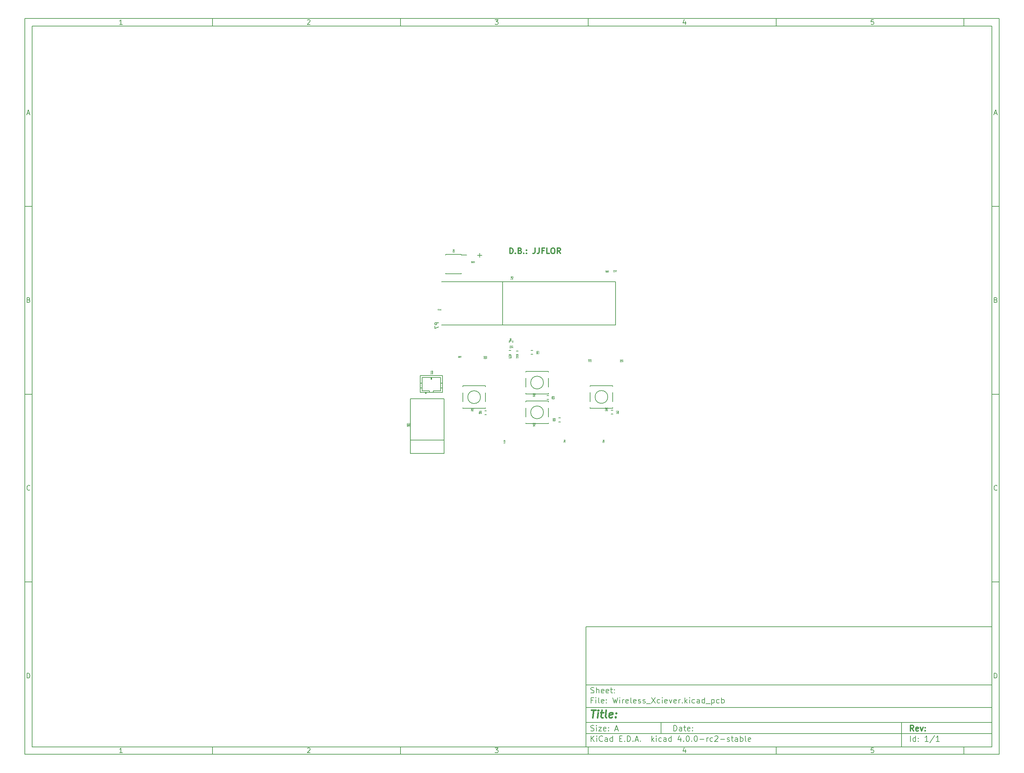
<source format=gbr>
G04 #@! TF.FileFunction,Legend,Bot*
%FSLAX46Y46*%
G04 Gerber Fmt 4.6, Leading zero omitted, Abs format (unit mm)*
G04 Created by KiCad (PCBNEW 4.0.0-rc2-stable) date 1/25/2016 6:21:02 PM*
%MOMM*%
G01*
G04 APERTURE LIST*
%ADD10C,0.100000*%
%ADD11C,0.150000*%
%ADD12C,0.300000*%
%ADD13C,0.400000*%
%ADD14C,0.062500*%
G04 APERTURE END LIST*
D10*
D11*
X159400000Y-171900000D02*
X159400000Y-203900000D01*
X267400000Y-203900000D01*
X267400000Y-171900000D01*
X159400000Y-171900000D01*
D10*
D11*
X10000000Y-10000000D02*
X10000000Y-205900000D01*
X269400000Y-205900000D01*
X269400000Y-10000000D01*
X10000000Y-10000000D01*
D10*
D11*
X12000000Y-12000000D02*
X12000000Y-203900000D01*
X267400000Y-203900000D01*
X267400000Y-12000000D01*
X12000000Y-12000000D01*
D10*
D11*
X60000000Y-12000000D02*
X60000000Y-10000000D01*
D10*
D11*
X110000000Y-12000000D02*
X110000000Y-10000000D01*
D10*
D11*
X160000000Y-12000000D02*
X160000000Y-10000000D01*
D10*
D11*
X210000000Y-12000000D02*
X210000000Y-10000000D01*
D10*
D11*
X260000000Y-12000000D02*
X260000000Y-10000000D01*
D10*
D11*
X35990476Y-11588095D02*
X35247619Y-11588095D01*
X35619048Y-11588095D02*
X35619048Y-10288095D01*
X35495238Y-10473810D01*
X35371429Y-10597619D01*
X35247619Y-10659524D01*
D10*
D11*
X85247619Y-10411905D02*
X85309524Y-10350000D01*
X85433333Y-10288095D01*
X85742857Y-10288095D01*
X85866667Y-10350000D01*
X85928571Y-10411905D01*
X85990476Y-10535714D01*
X85990476Y-10659524D01*
X85928571Y-10845238D01*
X85185714Y-11588095D01*
X85990476Y-11588095D01*
D10*
D11*
X135185714Y-10288095D02*
X135990476Y-10288095D01*
X135557143Y-10783333D01*
X135742857Y-10783333D01*
X135866667Y-10845238D01*
X135928571Y-10907143D01*
X135990476Y-11030952D01*
X135990476Y-11340476D01*
X135928571Y-11464286D01*
X135866667Y-11526190D01*
X135742857Y-11588095D01*
X135371429Y-11588095D01*
X135247619Y-11526190D01*
X135185714Y-11464286D01*
D10*
D11*
X185866667Y-10721429D02*
X185866667Y-11588095D01*
X185557143Y-10226190D02*
X185247619Y-11154762D01*
X186052381Y-11154762D01*
D10*
D11*
X235928571Y-10288095D02*
X235309524Y-10288095D01*
X235247619Y-10907143D01*
X235309524Y-10845238D01*
X235433333Y-10783333D01*
X235742857Y-10783333D01*
X235866667Y-10845238D01*
X235928571Y-10907143D01*
X235990476Y-11030952D01*
X235990476Y-11340476D01*
X235928571Y-11464286D01*
X235866667Y-11526190D01*
X235742857Y-11588095D01*
X235433333Y-11588095D01*
X235309524Y-11526190D01*
X235247619Y-11464286D01*
D10*
D11*
X60000000Y-203900000D02*
X60000000Y-205900000D01*
D10*
D11*
X110000000Y-203900000D02*
X110000000Y-205900000D01*
D10*
D11*
X160000000Y-203900000D02*
X160000000Y-205900000D01*
D10*
D11*
X210000000Y-203900000D02*
X210000000Y-205900000D01*
D10*
D11*
X260000000Y-203900000D02*
X260000000Y-205900000D01*
D10*
D11*
X35990476Y-205488095D02*
X35247619Y-205488095D01*
X35619048Y-205488095D02*
X35619048Y-204188095D01*
X35495238Y-204373810D01*
X35371429Y-204497619D01*
X35247619Y-204559524D01*
D10*
D11*
X85247619Y-204311905D02*
X85309524Y-204250000D01*
X85433333Y-204188095D01*
X85742857Y-204188095D01*
X85866667Y-204250000D01*
X85928571Y-204311905D01*
X85990476Y-204435714D01*
X85990476Y-204559524D01*
X85928571Y-204745238D01*
X85185714Y-205488095D01*
X85990476Y-205488095D01*
D10*
D11*
X135185714Y-204188095D02*
X135990476Y-204188095D01*
X135557143Y-204683333D01*
X135742857Y-204683333D01*
X135866667Y-204745238D01*
X135928571Y-204807143D01*
X135990476Y-204930952D01*
X135990476Y-205240476D01*
X135928571Y-205364286D01*
X135866667Y-205426190D01*
X135742857Y-205488095D01*
X135371429Y-205488095D01*
X135247619Y-205426190D01*
X135185714Y-205364286D01*
D10*
D11*
X185866667Y-204621429D02*
X185866667Y-205488095D01*
X185557143Y-204126190D02*
X185247619Y-205054762D01*
X186052381Y-205054762D01*
D10*
D11*
X235928571Y-204188095D02*
X235309524Y-204188095D01*
X235247619Y-204807143D01*
X235309524Y-204745238D01*
X235433333Y-204683333D01*
X235742857Y-204683333D01*
X235866667Y-204745238D01*
X235928571Y-204807143D01*
X235990476Y-204930952D01*
X235990476Y-205240476D01*
X235928571Y-205364286D01*
X235866667Y-205426190D01*
X235742857Y-205488095D01*
X235433333Y-205488095D01*
X235309524Y-205426190D01*
X235247619Y-205364286D01*
D10*
D11*
X10000000Y-60000000D02*
X12000000Y-60000000D01*
D10*
D11*
X10000000Y-110000000D02*
X12000000Y-110000000D01*
D10*
D11*
X10000000Y-160000000D02*
X12000000Y-160000000D01*
D10*
D11*
X10690476Y-35216667D02*
X11309524Y-35216667D01*
X10566667Y-35588095D02*
X11000000Y-34288095D01*
X11433333Y-35588095D01*
D10*
D11*
X11092857Y-84907143D02*
X11278571Y-84969048D01*
X11340476Y-85030952D01*
X11402381Y-85154762D01*
X11402381Y-85340476D01*
X11340476Y-85464286D01*
X11278571Y-85526190D01*
X11154762Y-85588095D01*
X10659524Y-85588095D01*
X10659524Y-84288095D01*
X11092857Y-84288095D01*
X11216667Y-84350000D01*
X11278571Y-84411905D01*
X11340476Y-84535714D01*
X11340476Y-84659524D01*
X11278571Y-84783333D01*
X11216667Y-84845238D01*
X11092857Y-84907143D01*
X10659524Y-84907143D01*
D10*
D11*
X11402381Y-135464286D02*
X11340476Y-135526190D01*
X11154762Y-135588095D01*
X11030952Y-135588095D01*
X10845238Y-135526190D01*
X10721429Y-135402381D01*
X10659524Y-135278571D01*
X10597619Y-135030952D01*
X10597619Y-134845238D01*
X10659524Y-134597619D01*
X10721429Y-134473810D01*
X10845238Y-134350000D01*
X11030952Y-134288095D01*
X11154762Y-134288095D01*
X11340476Y-134350000D01*
X11402381Y-134411905D01*
D10*
D11*
X10659524Y-185588095D02*
X10659524Y-184288095D01*
X10969048Y-184288095D01*
X11154762Y-184350000D01*
X11278571Y-184473810D01*
X11340476Y-184597619D01*
X11402381Y-184845238D01*
X11402381Y-185030952D01*
X11340476Y-185278571D01*
X11278571Y-185402381D01*
X11154762Y-185526190D01*
X10969048Y-185588095D01*
X10659524Y-185588095D01*
D10*
D11*
X269400000Y-60000000D02*
X267400000Y-60000000D01*
D10*
D11*
X269400000Y-110000000D02*
X267400000Y-110000000D01*
D10*
D11*
X269400000Y-160000000D02*
X267400000Y-160000000D01*
D10*
D11*
X268090476Y-35216667D02*
X268709524Y-35216667D01*
X267966667Y-35588095D02*
X268400000Y-34288095D01*
X268833333Y-35588095D01*
D10*
D11*
X268492857Y-84907143D02*
X268678571Y-84969048D01*
X268740476Y-85030952D01*
X268802381Y-85154762D01*
X268802381Y-85340476D01*
X268740476Y-85464286D01*
X268678571Y-85526190D01*
X268554762Y-85588095D01*
X268059524Y-85588095D01*
X268059524Y-84288095D01*
X268492857Y-84288095D01*
X268616667Y-84350000D01*
X268678571Y-84411905D01*
X268740476Y-84535714D01*
X268740476Y-84659524D01*
X268678571Y-84783333D01*
X268616667Y-84845238D01*
X268492857Y-84907143D01*
X268059524Y-84907143D01*
D10*
D11*
X268802381Y-135464286D02*
X268740476Y-135526190D01*
X268554762Y-135588095D01*
X268430952Y-135588095D01*
X268245238Y-135526190D01*
X268121429Y-135402381D01*
X268059524Y-135278571D01*
X267997619Y-135030952D01*
X267997619Y-134845238D01*
X268059524Y-134597619D01*
X268121429Y-134473810D01*
X268245238Y-134350000D01*
X268430952Y-134288095D01*
X268554762Y-134288095D01*
X268740476Y-134350000D01*
X268802381Y-134411905D01*
D10*
D11*
X268059524Y-185588095D02*
X268059524Y-184288095D01*
X268369048Y-184288095D01*
X268554762Y-184350000D01*
X268678571Y-184473810D01*
X268740476Y-184597619D01*
X268802381Y-184845238D01*
X268802381Y-185030952D01*
X268740476Y-185278571D01*
X268678571Y-185402381D01*
X268554762Y-185526190D01*
X268369048Y-185588095D01*
X268059524Y-185588095D01*
D10*
D11*
X182757143Y-199678571D02*
X182757143Y-198178571D01*
X183114286Y-198178571D01*
X183328571Y-198250000D01*
X183471429Y-198392857D01*
X183542857Y-198535714D01*
X183614286Y-198821429D01*
X183614286Y-199035714D01*
X183542857Y-199321429D01*
X183471429Y-199464286D01*
X183328571Y-199607143D01*
X183114286Y-199678571D01*
X182757143Y-199678571D01*
X184900000Y-199678571D02*
X184900000Y-198892857D01*
X184828571Y-198750000D01*
X184685714Y-198678571D01*
X184400000Y-198678571D01*
X184257143Y-198750000D01*
X184900000Y-199607143D02*
X184757143Y-199678571D01*
X184400000Y-199678571D01*
X184257143Y-199607143D01*
X184185714Y-199464286D01*
X184185714Y-199321429D01*
X184257143Y-199178571D01*
X184400000Y-199107143D01*
X184757143Y-199107143D01*
X184900000Y-199035714D01*
X185400000Y-198678571D02*
X185971429Y-198678571D01*
X185614286Y-198178571D02*
X185614286Y-199464286D01*
X185685714Y-199607143D01*
X185828572Y-199678571D01*
X185971429Y-199678571D01*
X187042857Y-199607143D02*
X186900000Y-199678571D01*
X186614286Y-199678571D01*
X186471429Y-199607143D01*
X186400000Y-199464286D01*
X186400000Y-198892857D01*
X186471429Y-198750000D01*
X186614286Y-198678571D01*
X186900000Y-198678571D01*
X187042857Y-198750000D01*
X187114286Y-198892857D01*
X187114286Y-199035714D01*
X186400000Y-199178571D01*
X187757143Y-199535714D02*
X187828571Y-199607143D01*
X187757143Y-199678571D01*
X187685714Y-199607143D01*
X187757143Y-199535714D01*
X187757143Y-199678571D01*
X187757143Y-198750000D02*
X187828571Y-198821429D01*
X187757143Y-198892857D01*
X187685714Y-198821429D01*
X187757143Y-198750000D01*
X187757143Y-198892857D01*
D10*
D11*
X159400000Y-200400000D02*
X267400000Y-200400000D01*
D10*
D11*
X160757143Y-202478571D02*
X160757143Y-200978571D01*
X161614286Y-202478571D02*
X160971429Y-201621429D01*
X161614286Y-200978571D02*
X160757143Y-201835714D01*
X162257143Y-202478571D02*
X162257143Y-201478571D01*
X162257143Y-200978571D02*
X162185714Y-201050000D01*
X162257143Y-201121429D01*
X162328571Y-201050000D01*
X162257143Y-200978571D01*
X162257143Y-201121429D01*
X163828572Y-202335714D02*
X163757143Y-202407143D01*
X163542857Y-202478571D01*
X163400000Y-202478571D01*
X163185715Y-202407143D01*
X163042857Y-202264286D01*
X162971429Y-202121429D01*
X162900000Y-201835714D01*
X162900000Y-201621429D01*
X162971429Y-201335714D01*
X163042857Y-201192857D01*
X163185715Y-201050000D01*
X163400000Y-200978571D01*
X163542857Y-200978571D01*
X163757143Y-201050000D01*
X163828572Y-201121429D01*
X165114286Y-202478571D02*
X165114286Y-201692857D01*
X165042857Y-201550000D01*
X164900000Y-201478571D01*
X164614286Y-201478571D01*
X164471429Y-201550000D01*
X165114286Y-202407143D02*
X164971429Y-202478571D01*
X164614286Y-202478571D01*
X164471429Y-202407143D01*
X164400000Y-202264286D01*
X164400000Y-202121429D01*
X164471429Y-201978571D01*
X164614286Y-201907143D01*
X164971429Y-201907143D01*
X165114286Y-201835714D01*
X166471429Y-202478571D02*
X166471429Y-200978571D01*
X166471429Y-202407143D02*
X166328572Y-202478571D01*
X166042858Y-202478571D01*
X165900000Y-202407143D01*
X165828572Y-202335714D01*
X165757143Y-202192857D01*
X165757143Y-201764286D01*
X165828572Y-201621429D01*
X165900000Y-201550000D01*
X166042858Y-201478571D01*
X166328572Y-201478571D01*
X166471429Y-201550000D01*
X168328572Y-201692857D02*
X168828572Y-201692857D01*
X169042858Y-202478571D02*
X168328572Y-202478571D01*
X168328572Y-200978571D01*
X169042858Y-200978571D01*
X169685715Y-202335714D02*
X169757143Y-202407143D01*
X169685715Y-202478571D01*
X169614286Y-202407143D01*
X169685715Y-202335714D01*
X169685715Y-202478571D01*
X170400001Y-202478571D02*
X170400001Y-200978571D01*
X170757144Y-200978571D01*
X170971429Y-201050000D01*
X171114287Y-201192857D01*
X171185715Y-201335714D01*
X171257144Y-201621429D01*
X171257144Y-201835714D01*
X171185715Y-202121429D01*
X171114287Y-202264286D01*
X170971429Y-202407143D01*
X170757144Y-202478571D01*
X170400001Y-202478571D01*
X171900001Y-202335714D02*
X171971429Y-202407143D01*
X171900001Y-202478571D01*
X171828572Y-202407143D01*
X171900001Y-202335714D01*
X171900001Y-202478571D01*
X172542858Y-202050000D02*
X173257144Y-202050000D01*
X172400001Y-202478571D02*
X172900001Y-200978571D01*
X173400001Y-202478571D01*
X173900001Y-202335714D02*
X173971429Y-202407143D01*
X173900001Y-202478571D01*
X173828572Y-202407143D01*
X173900001Y-202335714D01*
X173900001Y-202478571D01*
X176900001Y-202478571D02*
X176900001Y-200978571D01*
X177042858Y-201907143D02*
X177471429Y-202478571D01*
X177471429Y-201478571D02*
X176900001Y-202050000D01*
X178114287Y-202478571D02*
X178114287Y-201478571D01*
X178114287Y-200978571D02*
X178042858Y-201050000D01*
X178114287Y-201121429D01*
X178185715Y-201050000D01*
X178114287Y-200978571D01*
X178114287Y-201121429D01*
X179471430Y-202407143D02*
X179328573Y-202478571D01*
X179042859Y-202478571D01*
X178900001Y-202407143D01*
X178828573Y-202335714D01*
X178757144Y-202192857D01*
X178757144Y-201764286D01*
X178828573Y-201621429D01*
X178900001Y-201550000D01*
X179042859Y-201478571D01*
X179328573Y-201478571D01*
X179471430Y-201550000D01*
X180757144Y-202478571D02*
X180757144Y-201692857D01*
X180685715Y-201550000D01*
X180542858Y-201478571D01*
X180257144Y-201478571D01*
X180114287Y-201550000D01*
X180757144Y-202407143D02*
X180614287Y-202478571D01*
X180257144Y-202478571D01*
X180114287Y-202407143D01*
X180042858Y-202264286D01*
X180042858Y-202121429D01*
X180114287Y-201978571D01*
X180257144Y-201907143D01*
X180614287Y-201907143D01*
X180757144Y-201835714D01*
X182114287Y-202478571D02*
X182114287Y-200978571D01*
X182114287Y-202407143D02*
X181971430Y-202478571D01*
X181685716Y-202478571D01*
X181542858Y-202407143D01*
X181471430Y-202335714D01*
X181400001Y-202192857D01*
X181400001Y-201764286D01*
X181471430Y-201621429D01*
X181542858Y-201550000D01*
X181685716Y-201478571D01*
X181971430Y-201478571D01*
X182114287Y-201550000D01*
X184614287Y-201478571D02*
X184614287Y-202478571D01*
X184257144Y-200907143D02*
X183900001Y-201978571D01*
X184828573Y-201978571D01*
X185400001Y-202335714D02*
X185471429Y-202407143D01*
X185400001Y-202478571D01*
X185328572Y-202407143D01*
X185400001Y-202335714D01*
X185400001Y-202478571D01*
X186400001Y-200978571D02*
X186542858Y-200978571D01*
X186685715Y-201050000D01*
X186757144Y-201121429D01*
X186828573Y-201264286D01*
X186900001Y-201550000D01*
X186900001Y-201907143D01*
X186828573Y-202192857D01*
X186757144Y-202335714D01*
X186685715Y-202407143D01*
X186542858Y-202478571D01*
X186400001Y-202478571D01*
X186257144Y-202407143D01*
X186185715Y-202335714D01*
X186114287Y-202192857D01*
X186042858Y-201907143D01*
X186042858Y-201550000D01*
X186114287Y-201264286D01*
X186185715Y-201121429D01*
X186257144Y-201050000D01*
X186400001Y-200978571D01*
X187542858Y-202335714D02*
X187614286Y-202407143D01*
X187542858Y-202478571D01*
X187471429Y-202407143D01*
X187542858Y-202335714D01*
X187542858Y-202478571D01*
X188542858Y-200978571D02*
X188685715Y-200978571D01*
X188828572Y-201050000D01*
X188900001Y-201121429D01*
X188971430Y-201264286D01*
X189042858Y-201550000D01*
X189042858Y-201907143D01*
X188971430Y-202192857D01*
X188900001Y-202335714D01*
X188828572Y-202407143D01*
X188685715Y-202478571D01*
X188542858Y-202478571D01*
X188400001Y-202407143D01*
X188328572Y-202335714D01*
X188257144Y-202192857D01*
X188185715Y-201907143D01*
X188185715Y-201550000D01*
X188257144Y-201264286D01*
X188328572Y-201121429D01*
X188400001Y-201050000D01*
X188542858Y-200978571D01*
X189685715Y-201907143D02*
X190828572Y-201907143D01*
X191542858Y-202478571D02*
X191542858Y-201478571D01*
X191542858Y-201764286D02*
X191614286Y-201621429D01*
X191685715Y-201550000D01*
X191828572Y-201478571D01*
X191971429Y-201478571D01*
X193114286Y-202407143D02*
X192971429Y-202478571D01*
X192685715Y-202478571D01*
X192542857Y-202407143D01*
X192471429Y-202335714D01*
X192400000Y-202192857D01*
X192400000Y-201764286D01*
X192471429Y-201621429D01*
X192542857Y-201550000D01*
X192685715Y-201478571D01*
X192971429Y-201478571D01*
X193114286Y-201550000D01*
X193685714Y-201121429D02*
X193757143Y-201050000D01*
X193900000Y-200978571D01*
X194257143Y-200978571D01*
X194400000Y-201050000D01*
X194471429Y-201121429D01*
X194542857Y-201264286D01*
X194542857Y-201407143D01*
X194471429Y-201621429D01*
X193614286Y-202478571D01*
X194542857Y-202478571D01*
X195185714Y-201907143D02*
X196328571Y-201907143D01*
X196971428Y-202407143D02*
X197114285Y-202478571D01*
X197400000Y-202478571D01*
X197542857Y-202407143D01*
X197614285Y-202264286D01*
X197614285Y-202192857D01*
X197542857Y-202050000D01*
X197400000Y-201978571D01*
X197185714Y-201978571D01*
X197042857Y-201907143D01*
X196971428Y-201764286D01*
X196971428Y-201692857D01*
X197042857Y-201550000D01*
X197185714Y-201478571D01*
X197400000Y-201478571D01*
X197542857Y-201550000D01*
X198042857Y-201478571D02*
X198614286Y-201478571D01*
X198257143Y-200978571D02*
X198257143Y-202264286D01*
X198328571Y-202407143D01*
X198471429Y-202478571D01*
X198614286Y-202478571D01*
X199757143Y-202478571D02*
X199757143Y-201692857D01*
X199685714Y-201550000D01*
X199542857Y-201478571D01*
X199257143Y-201478571D01*
X199114286Y-201550000D01*
X199757143Y-202407143D02*
X199614286Y-202478571D01*
X199257143Y-202478571D01*
X199114286Y-202407143D01*
X199042857Y-202264286D01*
X199042857Y-202121429D01*
X199114286Y-201978571D01*
X199257143Y-201907143D01*
X199614286Y-201907143D01*
X199757143Y-201835714D01*
X200471429Y-202478571D02*
X200471429Y-200978571D01*
X200471429Y-201550000D02*
X200614286Y-201478571D01*
X200900000Y-201478571D01*
X201042857Y-201550000D01*
X201114286Y-201621429D01*
X201185715Y-201764286D01*
X201185715Y-202192857D01*
X201114286Y-202335714D01*
X201042857Y-202407143D01*
X200900000Y-202478571D01*
X200614286Y-202478571D01*
X200471429Y-202407143D01*
X202042858Y-202478571D02*
X201900000Y-202407143D01*
X201828572Y-202264286D01*
X201828572Y-200978571D01*
X203185714Y-202407143D02*
X203042857Y-202478571D01*
X202757143Y-202478571D01*
X202614286Y-202407143D01*
X202542857Y-202264286D01*
X202542857Y-201692857D01*
X202614286Y-201550000D01*
X202757143Y-201478571D01*
X203042857Y-201478571D01*
X203185714Y-201550000D01*
X203257143Y-201692857D01*
X203257143Y-201835714D01*
X202542857Y-201978571D01*
D10*
D11*
X159400000Y-197400000D02*
X267400000Y-197400000D01*
D10*
D12*
X246614286Y-199678571D02*
X246114286Y-198964286D01*
X245757143Y-199678571D02*
X245757143Y-198178571D01*
X246328571Y-198178571D01*
X246471429Y-198250000D01*
X246542857Y-198321429D01*
X246614286Y-198464286D01*
X246614286Y-198678571D01*
X246542857Y-198821429D01*
X246471429Y-198892857D01*
X246328571Y-198964286D01*
X245757143Y-198964286D01*
X247828571Y-199607143D02*
X247685714Y-199678571D01*
X247400000Y-199678571D01*
X247257143Y-199607143D01*
X247185714Y-199464286D01*
X247185714Y-198892857D01*
X247257143Y-198750000D01*
X247400000Y-198678571D01*
X247685714Y-198678571D01*
X247828571Y-198750000D01*
X247900000Y-198892857D01*
X247900000Y-199035714D01*
X247185714Y-199178571D01*
X248400000Y-198678571D02*
X248757143Y-199678571D01*
X249114285Y-198678571D01*
X249685714Y-199535714D02*
X249757142Y-199607143D01*
X249685714Y-199678571D01*
X249614285Y-199607143D01*
X249685714Y-199535714D01*
X249685714Y-199678571D01*
X249685714Y-198750000D02*
X249757142Y-198821429D01*
X249685714Y-198892857D01*
X249614285Y-198821429D01*
X249685714Y-198750000D01*
X249685714Y-198892857D01*
D10*
D11*
X160685714Y-199607143D02*
X160900000Y-199678571D01*
X161257143Y-199678571D01*
X161400000Y-199607143D01*
X161471429Y-199535714D01*
X161542857Y-199392857D01*
X161542857Y-199250000D01*
X161471429Y-199107143D01*
X161400000Y-199035714D01*
X161257143Y-198964286D01*
X160971429Y-198892857D01*
X160828571Y-198821429D01*
X160757143Y-198750000D01*
X160685714Y-198607143D01*
X160685714Y-198464286D01*
X160757143Y-198321429D01*
X160828571Y-198250000D01*
X160971429Y-198178571D01*
X161328571Y-198178571D01*
X161542857Y-198250000D01*
X162185714Y-199678571D02*
X162185714Y-198678571D01*
X162185714Y-198178571D02*
X162114285Y-198250000D01*
X162185714Y-198321429D01*
X162257142Y-198250000D01*
X162185714Y-198178571D01*
X162185714Y-198321429D01*
X162757143Y-198678571D02*
X163542857Y-198678571D01*
X162757143Y-199678571D01*
X163542857Y-199678571D01*
X164685714Y-199607143D02*
X164542857Y-199678571D01*
X164257143Y-199678571D01*
X164114286Y-199607143D01*
X164042857Y-199464286D01*
X164042857Y-198892857D01*
X164114286Y-198750000D01*
X164257143Y-198678571D01*
X164542857Y-198678571D01*
X164685714Y-198750000D01*
X164757143Y-198892857D01*
X164757143Y-199035714D01*
X164042857Y-199178571D01*
X165400000Y-199535714D02*
X165471428Y-199607143D01*
X165400000Y-199678571D01*
X165328571Y-199607143D01*
X165400000Y-199535714D01*
X165400000Y-199678571D01*
X165400000Y-198750000D02*
X165471428Y-198821429D01*
X165400000Y-198892857D01*
X165328571Y-198821429D01*
X165400000Y-198750000D01*
X165400000Y-198892857D01*
X167185714Y-199250000D02*
X167900000Y-199250000D01*
X167042857Y-199678571D02*
X167542857Y-198178571D01*
X168042857Y-199678571D01*
D10*
D11*
X245757143Y-202478571D02*
X245757143Y-200978571D01*
X247114286Y-202478571D02*
X247114286Y-200978571D01*
X247114286Y-202407143D02*
X246971429Y-202478571D01*
X246685715Y-202478571D01*
X246542857Y-202407143D01*
X246471429Y-202335714D01*
X246400000Y-202192857D01*
X246400000Y-201764286D01*
X246471429Y-201621429D01*
X246542857Y-201550000D01*
X246685715Y-201478571D01*
X246971429Y-201478571D01*
X247114286Y-201550000D01*
X247828572Y-202335714D02*
X247900000Y-202407143D01*
X247828572Y-202478571D01*
X247757143Y-202407143D01*
X247828572Y-202335714D01*
X247828572Y-202478571D01*
X247828572Y-201550000D02*
X247900000Y-201621429D01*
X247828572Y-201692857D01*
X247757143Y-201621429D01*
X247828572Y-201550000D01*
X247828572Y-201692857D01*
X250471429Y-202478571D02*
X249614286Y-202478571D01*
X250042858Y-202478571D02*
X250042858Y-200978571D01*
X249900001Y-201192857D01*
X249757143Y-201335714D01*
X249614286Y-201407143D01*
X252185714Y-200907143D02*
X250900000Y-202835714D01*
X253471429Y-202478571D02*
X252614286Y-202478571D01*
X253042858Y-202478571D02*
X253042858Y-200978571D01*
X252900001Y-201192857D01*
X252757143Y-201335714D01*
X252614286Y-201407143D01*
D10*
D11*
X159400000Y-193400000D02*
X267400000Y-193400000D01*
D10*
D13*
X160852381Y-194104762D02*
X161995238Y-194104762D01*
X161173810Y-196104762D02*
X161423810Y-194104762D01*
X162411905Y-196104762D02*
X162578571Y-194771429D01*
X162661905Y-194104762D02*
X162554762Y-194200000D01*
X162638095Y-194295238D01*
X162745239Y-194200000D01*
X162661905Y-194104762D01*
X162638095Y-194295238D01*
X163245238Y-194771429D02*
X164007143Y-194771429D01*
X163614286Y-194104762D02*
X163400000Y-195819048D01*
X163471430Y-196009524D01*
X163650001Y-196104762D01*
X163840477Y-196104762D01*
X164792858Y-196104762D02*
X164614287Y-196009524D01*
X164542857Y-195819048D01*
X164757143Y-194104762D01*
X166328572Y-196009524D02*
X166126191Y-196104762D01*
X165745239Y-196104762D01*
X165566667Y-196009524D01*
X165495238Y-195819048D01*
X165590476Y-195057143D01*
X165709524Y-194866667D01*
X165911905Y-194771429D01*
X166292857Y-194771429D01*
X166471429Y-194866667D01*
X166542857Y-195057143D01*
X166519048Y-195247619D01*
X165542857Y-195438095D01*
X167292857Y-195914286D02*
X167376192Y-196009524D01*
X167269048Y-196104762D01*
X167185715Y-196009524D01*
X167292857Y-195914286D01*
X167269048Y-196104762D01*
X167423810Y-194866667D02*
X167507144Y-194961905D01*
X167400000Y-195057143D01*
X167316667Y-194961905D01*
X167423810Y-194866667D01*
X167400000Y-195057143D01*
D10*
D11*
X161257143Y-191492857D02*
X160757143Y-191492857D01*
X160757143Y-192278571D02*
X160757143Y-190778571D01*
X161471429Y-190778571D01*
X162042857Y-192278571D02*
X162042857Y-191278571D01*
X162042857Y-190778571D02*
X161971428Y-190850000D01*
X162042857Y-190921429D01*
X162114285Y-190850000D01*
X162042857Y-190778571D01*
X162042857Y-190921429D01*
X162971429Y-192278571D02*
X162828571Y-192207143D01*
X162757143Y-192064286D01*
X162757143Y-190778571D01*
X164114285Y-192207143D02*
X163971428Y-192278571D01*
X163685714Y-192278571D01*
X163542857Y-192207143D01*
X163471428Y-192064286D01*
X163471428Y-191492857D01*
X163542857Y-191350000D01*
X163685714Y-191278571D01*
X163971428Y-191278571D01*
X164114285Y-191350000D01*
X164185714Y-191492857D01*
X164185714Y-191635714D01*
X163471428Y-191778571D01*
X164828571Y-192135714D02*
X164899999Y-192207143D01*
X164828571Y-192278571D01*
X164757142Y-192207143D01*
X164828571Y-192135714D01*
X164828571Y-192278571D01*
X164828571Y-191350000D02*
X164899999Y-191421429D01*
X164828571Y-191492857D01*
X164757142Y-191421429D01*
X164828571Y-191350000D01*
X164828571Y-191492857D01*
X166542857Y-190778571D02*
X166900000Y-192278571D01*
X167185714Y-191207143D01*
X167471428Y-192278571D01*
X167828571Y-190778571D01*
X168400000Y-192278571D02*
X168400000Y-191278571D01*
X168400000Y-190778571D02*
X168328571Y-190850000D01*
X168400000Y-190921429D01*
X168471428Y-190850000D01*
X168400000Y-190778571D01*
X168400000Y-190921429D01*
X169114286Y-192278571D02*
X169114286Y-191278571D01*
X169114286Y-191564286D02*
X169185714Y-191421429D01*
X169257143Y-191350000D01*
X169400000Y-191278571D01*
X169542857Y-191278571D01*
X170614285Y-192207143D02*
X170471428Y-192278571D01*
X170185714Y-192278571D01*
X170042857Y-192207143D01*
X169971428Y-192064286D01*
X169971428Y-191492857D01*
X170042857Y-191350000D01*
X170185714Y-191278571D01*
X170471428Y-191278571D01*
X170614285Y-191350000D01*
X170685714Y-191492857D01*
X170685714Y-191635714D01*
X169971428Y-191778571D01*
X171542857Y-192278571D02*
X171399999Y-192207143D01*
X171328571Y-192064286D01*
X171328571Y-190778571D01*
X172685713Y-192207143D02*
X172542856Y-192278571D01*
X172257142Y-192278571D01*
X172114285Y-192207143D01*
X172042856Y-192064286D01*
X172042856Y-191492857D01*
X172114285Y-191350000D01*
X172257142Y-191278571D01*
X172542856Y-191278571D01*
X172685713Y-191350000D01*
X172757142Y-191492857D01*
X172757142Y-191635714D01*
X172042856Y-191778571D01*
X173328570Y-192207143D02*
X173471427Y-192278571D01*
X173757142Y-192278571D01*
X173899999Y-192207143D01*
X173971427Y-192064286D01*
X173971427Y-191992857D01*
X173899999Y-191850000D01*
X173757142Y-191778571D01*
X173542856Y-191778571D01*
X173399999Y-191707143D01*
X173328570Y-191564286D01*
X173328570Y-191492857D01*
X173399999Y-191350000D01*
X173542856Y-191278571D01*
X173757142Y-191278571D01*
X173899999Y-191350000D01*
X174542856Y-192207143D02*
X174685713Y-192278571D01*
X174971428Y-192278571D01*
X175114285Y-192207143D01*
X175185713Y-192064286D01*
X175185713Y-191992857D01*
X175114285Y-191850000D01*
X174971428Y-191778571D01*
X174757142Y-191778571D01*
X174614285Y-191707143D01*
X174542856Y-191564286D01*
X174542856Y-191492857D01*
X174614285Y-191350000D01*
X174757142Y-191278571D01*
X174971428Y-191278571D01*
X175114285Y-191350000D01*
X175471428Y-192421429D02*
X176614285Y-192421429D01*
X176828571Y-190778571D02*
X177828571Y-192278571D01*
X177828571Y-190778571D02*
X176828571Y-192278571D01*
X179042856Y-192207143D02*
X178899999Y-192278571D01*
X178614285Y-192278571D01*
X178471427Y-192207143D01*
X178399999Y-192135714D01*
X178328570Y-191992857D01*
X178328570Y-191564286D01*
X178399999Y-191421429D01*
X178471427Y-191350000D01*
X178614285Y-191278571D01*
X178899999Y-191278571D01*
X179042856Y-191350000D01*
X179685713Y-192278571D02*
X179685713Y-191278571D01*
X179685713Y-190778571D02*
X179614284Y-190850000D01*
X179685713Y-190921429D01*
X179757141Y-190850000D01*
X179685713Y-190778571D01*
X179685713Y-190921429D01*
X180971427Y-192207143D02*
X180828570Y-192278571D01*
X180542856Y-192278571D01*
X180399999Y-192207143D01*
X180328570Y-192064286D01*
X180328570Y-191492857D01*
X180399999Y-191350000D01*
X180542856Y-191278571D01*
X180828570Y-191278571D01*
X180971427Y-191350000D01*
X181042856Y-191492857D01*
X181042856Y-191635714D01*
X180328570Y-191778571D01*
X181542856Y-191278571D02*
X181899999Y-192278571D01*
X182257141Y-191278571D01*
X183399998Y-192207143D02*
X183257141Y-192278571D01*
X182971427Y-192278571D01*
X182828570Y-192207143D01*
X182757141Y-192064286D01*
X182757141Y-191492857D01*
X182828570Y-191350000D01*
X182971427Y-191278571D01*
X183257141Y-191278571D01*
X183399998Y-191350000D01*
X183471427Y-191492857D01*
X183471427Y-191635714D01*
X182757141Y-191778571D01*
X184114284Y-192278571D02*
X184114284Y-191278571D01*
X184114284Y-191564286D02*
X184185712Y-191421429D01*
X184257141Y-191350000D01*
X184399998Y-191278571D01*
X184542855Y-191278571D01*
X185042855Y-192135714D02*
X185114283Y-192207143D01*
X185042855Y-192278571D01*
X184971426Y-192207143D01*
X185042855Y-192135714D01*
X185042855Y-192278571D01*
X185757141Y-192278571D02*
X185757141Y-190778571D01*
X185899998Y-191707143D02*
X186328569Y-192278571D01*
X186328569Y-191278571D02*
X185757141Y-191850000D01*
X186971427Y-192278571D02*
X186971427Y-191278571D01*
X186971427Y-190778571D02*
X186899998Y-190850000D01*
X186971427Y-190921429D01*
X187042855Y-190850000D01*
X186971427Y-190778571D01*
X186971427Y-190921429D01*
X188328570Y-192207143D02*
X188185713Y-192278571D01*
X187899999Y-192278571D01*
X187757141Y-192207143D01*
X187685713Y-192135714D01*
X187614284Y-191992857D01*
X187614284Y-191564286D01*
X187685713Y-191421429D01*
X187757141Y-191350000D01*
X187899999Y-191278571D01*
X188185713Y-191278571D01*
X188328570Y-191350000D01*
X189614284Y-192278571D02*
X189614284Y-191492857D01*
X189542855Y-191350000D01*
X189399998Y-191278571D01*
X189114284Y-191278571D01*
X188971427Y-191350000D01*
X189614284Y-192207143D02*
X189471427Y-192278571D01*
X189114284Y-192278571D01*
X188971427Y-192207143D01*
X188899998Y-192064286D01*
X188899998Y-191921429D01*
X188971427Y-191778571D01*
X189114284Y-191707143D01*
X189471427Y-191707143D01*
X189614284Y-191635714D01*
X190971427Y-192278571D02*
X190971427Y-190778571D01*
X190971427Y-192207143D02*
X190828570Y-192278571D01*
X190542856Y-192278571D01*
X190399998Y-192207143D01*
X190328570Y-192135714D01*
X190257141Y-191992857D01*
X190257141Y-191564286D01*
X190328570Y-191421429D01*
X190399998Y-191350000D01*
X190542856Y-191278571D01*
X190828570Y-191278571D01*
X190971427Y-191350000D01*
X191328570Y-192421429D02*
X192471427Y-192421429D01*
X192828570Y-191278571D02*
X192828570Y-192778571D01*
X192828570Y-191350000D02*
X192971427Y-191278571D01*
X193257141Y-191278571D01*
X193399998Y-191350000D01*
X193471427Y-191421429D01*
X193542856Y-191564286D01*
X193542856Y-191992857D01*
X193471427Y-192135714D01*
X193399998Y-192207143D01*
X193257141Y-192278571D01*
X192971427Y-192278571D01*
X192828570Y-192207143D01*
X194828570Y-192207143D02*
X194685713Y-192278571D01*
X194399999Y-192278571D01*
X194257141Y-192207143D01*
X194185713Y-192135714D01*
X194114284Y-191992857D01*
X194114284Y-191564286D01*
X194185713Y-191421429D01*
X194257141Y-191350000D01*
X194399999Y-191278571D01*
X194685713Y-191278571D01*
X194828570Y-191350000D01*
X195471427Y-192278571D02*
X195471427Y-190778571D01*
X195471427Y-191350000D02*
X195614284Y-191278571D01*
X195899998Y-191278571D01*
X196042855Y-191350000D01*
X196114284Y-191421429D01*
X196185713Y-191564286D01*
X196185713Y-191992857D01*
X196114284Y-192135714D01*
X196042855Y-192207143D01*
X195899998Y-192278571D01*
X195614284Y-192278571D01*
X195471427Y-192207143D01*
D10*
D11*
X159400000Y-187400000D02*
X267400000Y-187400000D01*
D10*
D11*
X160685714Y-189507143D02*
X160900000Y-189578571D01*
X161257143Y-189578571D01*
X161400000Y-189507143D01*
X161471429Y-189435714D01*
X161542857Y-189292857D01*
X161542857Y-189150000D01*
X161471429Y-189007143D01*
X161400000Y-188935714D01*
X161257143Y-188864286D01*
X160971429Y-188792857D01*
X160828571Y-188721429D01*
X160757143Y-188650000D01*
X160685714Y-188507143D01*
X160685714Y-188364286D01*
X160757143Y-188221429D01*
X160828571Y-188150000D01*
X160971429Y-188078571D01*
X161328571Y-188078571D01*
X161542857Y-188150000D01*
X162185714Y-189578571D02*
X162185714Y-188078571D01*
X162828571Y-189578571D02*
X162828571Y-188792857D01*
X162757142Y-188650000D01*
X162614285Y-188578571D01*
X162400000Y-188578571D01*
X162257142Y-188650000D01*
X162185714Y-188721429D01*
X164114285Y-189507143D02*
X163971428Y-189578571D01*
X163685714Y-189578571D01*
X163542857Y-189507143D01*
X163471428Y-189364286D01*
X163471428Y-188792857D01*
X163542857Y-188650000D01*
X163685714Y-188578571D01*
X163971428Y-188578571D01*
X164114285Y-188650000D01*
X164185714Y-188792857D01*
X164185714Y-188935714D01*
X163471428Y-189078571D01*
X165399999Y-189507143D02*
X165257142Y-189578571D01*
X164971428Y-189578571D01*
X164828571Y-189507143D01*
X164757142Y-189364286D01*
X164757142Y-188792857D01*
X164828571Y-188650000D01*
X164971428Y-188578571D01*
X165257142Y-188578571D01*
X165399999Y-188650000D01*
X165471428Y-188792857D01*
X165471428Y-188935714D01*
X164757142Y-189078571D01*
X165899999Y-188578571D02*
X166471428Y-188578571D01*
X166114285Y-188078571D02*
X166114285Y-189364286D01*
X166185713Y-189507143D01*
X166328571Y-189578571D01*
X166471428Y-189578571D01*
X166971428Y-189435714D02*
X167042856Y-189507143D01*
X166971428Y-189578571D01*
X166899999Y-189507143D01*
X166971428Y-189435714D01*
X166971428Y-189578571D01*
X166971428Y-188650000D02*
X167042856Y-188721429D01*
X166971428Y-188792857D01*
X166899999Y-188721429D01*
X166971428Y-188650000D01*
X166971428Y-188792857D01*
D10*
D11*
X179400000Y-197400000D02*
X179400000Y-200400000D01*
D10*
D11*
X243400000Y-197400000D02*
X243400000Y-203900000D01*
D12*
X139115714Y-72568571D02*
X139115714Y-71068571D01*
X139472857Y-71068571D01*
X139687142Y-71140000D01*
X139830000Y-71282857D01*
X139901428Y-71425714D01*
X139972857Y-71711429D01*
X139972857Y-71925714D01*
X139901428Y-72211429D01*
X139830000Y-72354286D01*
X139687142Y-72497143D01*
X139472857Y-72568571D01*
X139115714Y-72568571D01*
X140615714Y-72425714D02*
X140687142Y-72497143D01*
X140615714Y-72568571D01*
X140544285Y-72497143D01*
X140615714Y-72425714D01*
X140615714Y-72568571D01*
X141830000Y-71782857D02*
X142044286Y-71854286D01*
X142115714Y-71925714D01*
X142187143Y-72068571D01*
X142187143Y-72282857D01*
X142115714Y-72425714D01*
X142044286Y-72497143D01*
X141901428Y-72568571D01*
X141330000Y-72568571D01*
X141330000Y-71068571D01*
X141830000Y-71068571D01*
X141972857Y-71140000D01*
X142044286Y-71211429D01*
X142115714Y-71354286D01*
X142115714Y-71497143D01*
X142044286Y-71640000D01*
X141972857Y-71711429D01*
X141830000Y-71782857D01*
X141330000Y-71782857D01*
X142830000Y-72425714D02*
X142901428Y-72497143D01*
X142830000Y-72568571D01*
X142758571Y-72497143D01*
X142830000Y-72425714D01*
X142830000Y-72568571D01*
X143544286Y-72425714D02*
X143615714Y-72497143D01*
X143544286Y-72568571D01*
X143472857Y-72497143D01*
X143544286Y-72425714D01*
X143544286Y-72568571D01*
X143544286Y-71640000D02*
X143615714Y-71711429D01*
X143544286Y-71782857D01*
X143472857Y-71711429D01*
X143544286Y-71640000D01*
X143544286Y-71782857D01*
X145830000Y-71068571D02*
X145830000Y-72140000D01*
X145758572Y-72354286D01*
X145615715Y-72497143D01*
X145401429Y-72568571D01*
X145258572Y-72568571D01*
X146972857Y-71068571D02*
X146972857Y-72140000D01*
X146901429Y-72354286D01*
X146758572Y-72497143D01*
X146544286Y-72568571D01*
X146401429Y-72568571D01*
X148187143Y-71782857D02*
X147687143Y-71782857D01*
X147687143Y-72568571D02*
X147687143Y-71068571D01*
X148401429Y-71068571D01*
X149687143Y-72568571D02*
X148972857Y-72568571D01*
X148972857Y-71068571D01*
X150472857Y-71068571D02*
X150758571Y-71068571D01*
X150901429Y-71140000D01*
X151044286Y-71282857D01*
X151115714Y-71568571D01*
X151115714Y-72068571D01*
X151044286Y-72354286D01*
X150901429Y-72497143D01*
X150758571Y-72568571D01*
X150472857Y-72568571D01*
X150330000Y-72497143D01*
X150187143Y-72354286D01*
X150115714Y-72068571D01*
X150115714Y-71568571D01*
X150187143Y-71282857D01*
X150330000Y-71140000D01*
X150472857Y-71068571D01*
X152615715Y-72568571D02*
X152115715Y-71854286D01*
X151758572Y-72568571D02*
X151758572Y-71068571D01*
X152330000Y-71068571D01*
X152472858Y-71140000D01*
X152544286Y-71211429D01*
X152615715Y-71354286D01*
X152615715Y-71568571D01*
X152544286Y-71711429D01*
X152472858Y-71782857D01*
X152330000Y-71854286D01*
X151758572Y-71854286D01*
D11*
X121630880Y-122245640D02*
X112629120Y-122245640D01*
X121630880Y-125745760D02*
X112629120Y-125745760D01*
X112629120Y-125745760D02*
X112629120Y-111244900D01*
X112629120Y-111244900D02*
X121630880Y-111244900D01*
X121630880Y-111244900D02*
X121630880Y-125745760D01*
X115280000Y-105070000D02*
X115280000Y-109570000D01*
X115280000Y-109570000D02*
X121180000Y-109570000D01*
X121180000Y-109570000D02*
X121180000Y-105070000D01*
X121180000Y-105070000D02*
X115280000Y-105070000D01*
X117730000Y-109570000D02*
X117730000Y-109070000D01*
X117730000Y-109070000D02*
X115780000Y-109070000D01*
X115780000Y-109070000D02*
X115780000Y-105570000D01*
X115780000Y-105570000D02*
X120680000Y-105570000D01*
X120680000Y-105570000D02*
X120680000Y-109070000D01*
X120680000Y-109070000D02*
X118730000Y-109070000D01*
X118730000Y-109070000D02*
X118730000Y-109570000D01*
X115280000Y-108370000D02*
X115780000Y-108370000D01*
X115280000Y-107070000D02*
X115780000Y-107070000D01*
X120680000Y-108370000D02*
X121180000Y-108370000D01*
X120680000Y-107070000D02*
X121180000Y-107070000D01*
X116930000Y-109570000D02*
X116930000Y-109770000D01*
X116930000Y-109770000D02*
X116630000Y-109770000D01*
X116630000Y-109770000D02*
X116630000Y-109570000D01*
X116930000Y-109670000D02*
X116630000Y-109670000D01*
X118130000Y-105570000D02*
X118130000Y-106070000D01*
X118130000Y-106070000D02*
X118330000Y-106070000D01*
X118330000Y-106070000D02*
X118330000Y-105570000D01*
X118230000Y-105570000D02*
X118230000Y-106070000D01*
X132630000Y-113795000D02*
X132630000Y-113595000D01*
X132630000Y-107795000D02*
X132630000Y-107995000D01*
X126630000Y-107795000D02*
X126630000Y-107995000D01*
X126630000Y-113795000D02*
X126630000Y-113595000D01*
X126630000Y-111995000D02*
X126630000Y-109595000D01*
X132630000Y-111995000D02*
X132630000Y-109595000D01*
X132630000Y-113795000D02*
X126630000Y-113795000D01*
X126630000Y-107795000D02*
X132630000Y-107795000D01*
X131330000Y-110795000D02*
G75*
G03X131330000Y-110795000I-1700000J0D01*
G01*
X166505000Y-113745000D02*
X166505000Y-113545000D01*
X166505000Y-107745000D02*
X166505000Y-107945000D01*
X160505000Y-107745000D02*
X160505000Y-107945000D01*
X160505000Y-113745000D02*
X160505000Y-113545000D01*
X160505000Y-111945000D02*
X160505000Y-109545000D01*
X166505000Y-111945000D02*
X166505000Y-109545000D01*
X166505000Y-113745000D02*
X160505000Y-113745000D01*
X160505000Y-107745000D02*
X166505000Y-107745000D01*
X165205000Y-110745000D02*
G75*
G03X165205000Y-110745000I-1700000J0D01*
G01*
X149380000Y-117845000D02*
X149380000Y-117645000D01*
X149380000Y-111845000D02*
X149380000Y-112045000D01*
X143380000Y-111845000D02*
X143380000Y-112045000D01*
X143380000Y-117845000D02*
X143380000Y-117645000D01*
X143380000Y-116045000D02*
X143380000Y-113645000D01*
X149380000Y-116045000D02*
X149380000Y-113645000D01*
X149380000Y-117845000D02*
X143380000Y-117845000D01*
X143380000Y-111845000D02*
X149380000Y-111845000D01*
X148080000Y-114845000D02*
G75*
G03X148080000Y-114845000I-1700000J0D01*
G01*
X126210000Y-72805000D02*
X126210000Y-72950000D01*
X122060000Y-72805000D02*
X122060000Y-72950000D01*
X122060000Y-77955000D02*
X122060000Y-77810000D01*
X126210000Y-77955000D02*
X126210000Y-77810000D01*
X126210000Y-72805000D02*
X122060000Y-72805000D01*
X126210000Y-77955000D02*
X122060000Y-77955000D01*
X126210000Y-72950000D02*
X127610000Y-72950000D01*
X130535000Y-73025000D02*
X131675000Y-73025000D01*
X131115000Y-72445000D02*
X131115000Y-73585000D01*
X167229529Y-80053861D02*
X167229529Y-91553861D01*
X137229529Y-80053861D02*
X137229529Y-91553861D01*
X120929529Y-80053861D02*
X167229529Y-80053861D01*
X120929529Y-91553861D02*
X167229529Y-91553861D01*
X149380000Y-109920000D02*
X149380000Y-109720000D01*
X149380000Y-103920000D02*
X149380000Y-104120000D01*
X143380000Y-103920000D02*
X143380000Y-104120000D01*
X143380000Y-109920000D02*
X143380000Y-109720000D01*
X143380000Y-108120000D02*
X143380000Y-105720000D01*
X149380000Y-108120000D02*
X149380000Y-105720000D01*
X149380000Y-109920000D02*
X143380000Y-109920000D01*
X143380000Y-103920000D02*
X149380000Y-103920000D01*
X148080000Y-106920000D02*
G75*
G03X148080000Y-106920000I-1700000J0D01*
G01*
X152580000Y-117395000D02*
X152080000Y-117395000D01*
X152080000Y-116345000D02*
X152580000Y-116345000D01*
X149480000Y-111395000D02*
X148980000Y-111395000D01*
X148980000Y-110345000D02*
X149480000Y-110345000D01*
X132930000Y-115470000D02*
X132430000Y-115470000D01*
X132430000Y-114420000D02*
X132930000Y-114420000D01*
X166105000Y-114270000D02*
X166605000Y-114270000D01*
X166605000Y-115320000D02*
X166105000Y-115320000D01*
X145230000Y-99345000D02*
X144730000Y-99345000D01*
X144730000Y-98395000D02*
X145230000Y-98395000D01*
X141355000Y-99445000D02*
X140855000Y-99445000D01*
X140855000Y-98495000D02*
X141355000Y-98495000D01*
X139930000Y-95770000D02*
X139930000Y-96270000D01*
X138980000Y-96270000D02*
X138980000Y-95770000D01*
X139405000Y-99445000D02*
X138905000Y-99445000D01*
X138905000Y-98395000D02*
X139405000Y-98395000D01*
D14*
X112465714Y-117865909D02*
X112503810Y-117854004D01*
X112541905Y-117818290D01*
X112541905Y-117794480D01*
X112503810Y-117758766D01*
X112427619Y-117734957D01*
X112351429Y-117723052D01*
X112199048Y-117711147D01*
X112084762Y-117711147D01*
X111932381Y-117723052D01*
X111856190Y-117734957D01*
X111780000Y-117758766D01*
X111741905Y-117794480D01*
X111741905Y-117818290D01*
X111780000Y-117854004D01*
X111818095Y-117865909D01*
X111741905Y-118020671D02*
X111741905Y-118068290D01*
X111780000Y-118092099D01*
X111856190Y-118115909D01*
X112008571Y-118127814D01*
X112275238Y-118127814D01*
X112427619Y-118115909D01*
X112503810Y-118092099D01*
X112541905Y-118068290D01*
X112541905Y-118020671D01*
X112503810Y-117996861D01*
X112427619Y-117973052D01*
X112275238Y-117961147D01*
X112008571Y-117961147D01*
X111856190Y-117973052D01*
X111780000Y-117996861D01*
X111741905Y-118020671D01*
X112541905Y-118234957D02*
X111741905Y-118234957D01*
X112541905Y-118377814D01*
X111741905Y-118377814D01*
X112541905Y-118627814D02*
X112541905Y-118484957D01*
X112541905Y-118556386D02*
X111741905Y-118556386D01*
X111856190Y-118532576D01*
X111932381Y-118508767D01*
X111970476Y-118484957D01*
X132966905Y-99916429D02*
X132166905Y-99916429D01*
X132166905Y-99975953D01*
X132205000Y-100011667D01*
X132281190Y-100035476D01*
X132357381Y-100047381D01*
X132509762Y-100059286D01*
X132624048Y-100059286D01*
X132776429Y-100047381D01*
X132852619Y-100035476D01*
X132928810Y-100011667D01*
X132966905Y-99975953D01*
X132966905Y-99916429D01*
X132966905Y-100297381D02*
X132966905Y-100154524D01*
X132966905Y-100225953D02*
X132166905Y-100225953D01*
X132281190Y-100202143D01*
X132357381Y-100178334D01*
X132395476Y-100154524D01*
X132166905Y-100452143D02*
X132166905Y-100475952D01*
X132205000Y-100499762D01*
X132243095Y-100511667D01*
X132319286Y-100523571D01*
X132471667Y-100535476D01*
X132662143Y-100535476D01*
X132814524Y-100523571D01*
X132890714Y-100511667D01*
X132928810Y-100499762D01*
X132966905Y-100475952D01*
X132966905Y-100452143D01*
X132928810Y-100428333D01*
X132890714Y-100416429D01*
X132814524Y-100404524D01*
X132662143Y-100392619D01*
X132471667Y-100392619D01*
X132319286Y-100404524D01*
X132243095Y-100416429D01*
X132205000Y-100428333D01*
X132166905Y-100452143D01*
X118506428Y-104182857D02*
X118470714Y-104220952D01*
X118458809Y-104259048D01*
X118446904Y-104335238D01*
X118446904Y-104449524D01*
X118458809Y-104525714D01*
X118470714Y-104563810D01*
X118494523Y-104601905D01*
X118589761Y-104601905D01*
X118589761Y-103801905D01*
X118506428Y-103801905D01*
X118482618Y-103840000D01*
X118470714Y-103878095D01*
X118458809Y-103954286D01*
X118458809Y-104030476D01*
X118470714Y-104106667D01*
X118482618Y-104144762D01*
X118506428Y-104182857D01*
X118589761Y-104182857D01*
X118375475Y-103801905D02*
X118232618Y-103801905D01*
X118304047Y-104601905D02*
X118304047Y-103801905D01*
X118018333Y-104601905D02*
X118161190Y-104601905D01*
X118089761Y-104601905D02*
X118089761Y-103801905D01*
X118113571Y-103916190D01*
X118137380Y-103992381D01*
X118161190Y-104030476D01*
X129473333Y-114478810D02*
X129437619Y-114516905D01*
X129378095Y-114516905D01*
X129354285Y-114478810D01*
X129342381Y-114440714D01*
X129330476Y-114364524D01*
X129330476Y-114288333D01*
X129342381Y-114212143D01*
X129354285Y-114174048D01*
X129378095Y-114135952D01*
X129425714Y-114097857D01*
X129449523Y-114059762D01*
X129461428Y-114021667D01*
X129473333Y-113945476D01*
X129473333Y-113869286D01*
X129461428Y-113793095D01*
X129449523Y-113755000D01*
X129425714Y-113716905D01*
X129366190Y-113716905D01*
X129330476Y-113755000D01*
X129247143Y-113716905D02*
X129187619Y-114516905D01*
X129140000Y-113945476D01*
X129092381Y-114516905D01*
X129032857Y-113716905D01*
X128830476Y-113983571D02*
X128830476Y-114516905D01*
X128890000Y-113678810D02*
X128949524Y-114250238D01*
X128794762Y-114250238D01*
X165163333Y-114368810D02*
X165127619Y-114406905D01*
X165068095Y-114406905D01*
X165044285Y-114368810D01*
X165032381Y-114330714D01*
X165020476Y-114254524D01*
X165020476Y-114178333D01*
X165032381Y-114102143D01*
X165044285Y-114064048D01*
X165068095Y-114025952D01*
X165115714Y-113987857D01*
X165139523Y-113949762D01*
X165151428Y-113911667D01*
X165163333Y-113835476D01*
X165163333Y-113759286D01*
X165151428Y-113683095D01*
X165139523Y-113645000D01*
X165115714Y-113606905D01*
X165056190Y-113606905D01*
X165020476Y-113645000D01*
X164937143Y-113606905D02*
X164877619Y-114406905D01*
X164830000Y-113835476D01*
X164782381Y-114406905D01*
X164722857Y-113606905D01*
X164508572Y-113606905D02*
X164627619Y-113606905D01*
X164639524Y-113987857D01*
X164627619Y-113949762D01*
X164603810Y-113911667D01*
X164544286Y-113911667D01*
X164520476Y-113949762D01*
X164508572Y-113987857D01*
X164496667Y-114064048D01*
X164496667Y-114254524D01*
X164508572Y-114330714D01*
X164520476Y-114368810D01*
X164544286Y-114406905D01*
X164603810Y-114406905D01*
X164627619Y-114368810D01*
X164639524Y-114330714D01*
X126196905Y-99860477D02*
X125396905Y-99860477D01*
X125396905Y-99920001D01*
X125435000Y-99955715D01*
X125511190Y-99979524D01*
X125587381Y-99991429D01*
X125739762Y-100003334D01*
X125854048Y-100003334D01*
X126006429Y-99991429D01*
X126082619Y-99979524D01*
X126158810Y-99955715D01*
X126196905Y-99920001D01*
X126196905Y-99860477D01*
X126196905Y-100122382D02*
X126196905Y-100170001D01*
X126158810Y-100193810D01*
X126120714Y-100205715D01*
X126006429Y-100229524D01*
X125854048Y-100241429D01*
X125549286Y-100241429D01*
X125473095Y-100229524D01*
X125435000Y-100217620D01*
X125396905Y-100193810D01*
X125396905Y-100146191D01*
X125435000Y-100122382D01*
X125473095Y-100110477D01*
X125549286Y-100098572D01*
X125739762Y-100098572D01*
X125815952Y-100110477D01*
X125854048Y-100122382D01*
X125892143Y-100146191D01*
X125892143Y-100193810D01*
X125854048Y-100217620D01*
X125815952Y-100229524D01*
X125739762Y-100241429D01*
X167491905Y-77035477D02*
X166691905Y-77035477D01*
X166691905Y-77095001D01*
X166730000Y-77130715D01*
X166806190Y-77154524D01*
X166882381Y-77166429D01*
X167034762Y-77178334D01*
X167149048Y-77178334D01*
X167301429Y-77166429D01*
X167377619Y-77154524D01*
X167453810Y-77130715D01*
X167491905Y-77095001D01*
X167491905Y-77035477D01*
X166691905Y-77261667D02*
X166691905Y-77428334D01*
X167491905Y-77321191D01*
X165366905Y-77135477D02*
X164566905Y-77135477D01*
X164566905Y-77195001D01*
X164605000Y-77230715D01*
X164681190Y-77254524D01*
X164757381Y-77266429D01*
X164909762Y-77278334D01*
X165024048Y-77278334D01*
X165176429Y-77266429D01*
X165252619Y-77254524D01*
X165328810Y-77230715D01*
X165366905Y-77195001D01*
X165366905Y-77135477D01*
X164909762Y-77421191D02*
X164871667Y-77397382D01*
X164833571Y-77385477D01*
X164757381Y-77373572D01*
X164719286Y-77373572D01*
X164643095Y-77385477D01*
X164605000Y-77397382D01*
X164566905Y-77421191D01*
X164566905Y-77468810D01*
X164605000Y-77492620D01*
X164643095Y-77504524D01*
X164719286Y-77516429D01*
X164757381Y-77516429D01*
X164833571Y-77504524D01*
X164871667Y-77492620D01*
X164909762Y-77468810D01*
X164909762Y-77421191D01*
X164947857Y-77397382D01*
X164985952Y-77385477D01*
X165062143Y-77373572D01*
X165214524Y-77373572D01*
X165290714Y-77385477D01*
X165328810Y-77397382D01*
X165366905Y-77421191D01*
X165366905Y-77468810D01*
X165328810Y-77492620D01*
X165290714Y-77504524D01*
X165214524Y-77516429D01*
X165062143Y-77516429D01*
X164985952Y-77504524D01*
X164947857Y-77492620D01*
X164909762Y-77468810D01*
X145903333Y-118433810D02*
X145867619Y-118471905D01*
X145808095Y-118471905D01*
X145784285Y-118433810D01*
X145772381Y-118395714D01*
X145760476Y-118319524D01*
X145760476Y-118243333D01*
X145772381Y-118167143D01*
X145784285Y-118129048D01*
X145808095Y-118090952D01*
X145855714Y-118052857D01*
X145879523Y-118014762D01*
X145891428Y-117976667D01*
X145903333Y-117900476D01*
X145903333Y-117824286D01*
X145891428Y-117748095D01*
X145879523Y-117710000D01*
X145855714Y-117671905D01*
X145796190Y-117671905D01*
X145760476Y-117710000D01*
X145677143Y-117671905D02*
X145617619Y-118471905D01*
X145570000Y-117900476D01*
X145522381Y-118471905D01*
X145462857Y-117671905D01*
X145379524Y-117748095D02*
X145367619Y-117710000D01*
X145343810Y-117671905D01*
X145284286Y-117671905D01*
X145260476Y-117710000D01*
X145248572Y-117748095D01*
X145236667Y-117824286D01*
X145236667Y-117900476D01*
X145248572Y-118014762D01*
X145391429Y-118471905D01*
X145236667Y-118471905D01*
X124325476Y-71441905D02*
X124325476Y-72089524D01*
X124313571Y-72165714D01*
X124301667Y-72203810D01*
X124277857Y-72241905D01*
X124230238Y-72241905D01*
X124206429Y-72203810D01*
X124194524Y-72165714D01*
X124182619Y-72089524D01*
X124182619Y-71441905D01*
X123944524Y-71441905D02*
X124063571Y-71441905D01*
X124075476Y-71822857D01*
X124063571Y-71784762D01*
X124039762Y-71746667D01*
X123980238Y-71746667D01*
X123956428Y-71784762D01*
X123944524Y-71822857D01*
X123932619Y-71899048D01*
X123932619Y-72089524D01*
X123944524Y-72165714D01*
X123956428Y-72203810D01*
X123980238Y-72241905D01*
X124039762Y-72241905D01*
X124063571Y-72203810D01*
X124075476Y-72165714D01*
X129743095Y-74796190D02*
X129705000Y-74772381D01*
X129628810Y-74748571D01*
X129514524Y-74712857D01*
X129476429Y-74689048D01*
X129476429Y-74665238D01*
X129666905Y-74677143D02*
X129628810Y-74653333D01*
X129552619Y-74629524D01*
X129400238Y-74617619D01*
X129133571Y-74617619D01*
X128981190Y-74629524D01*
X128905000Y-74653333D01*
X128866905Y-74677143D01*
X128866905Y-74724762D01*
X128905000Y-74748571D01*
X128981190Y-74772381D01*
X129133571Y-74784286D01*
X129400238Y-74784286D01*
X129552619Y-74772381D01*
X129628810Y-74748571D01*
X129666905Y-74724762D01*
X129666905Y-74677143D01*
X129666905Y-75022381D02*
X129666905Y-74879524D01*
X129666905Y-74950953D02*
X128866905Y-74950953D01*
X128981190Y-74927143D01*
X129057381Y-74903334D01*
X129095476Y-74879524D01*
X160751905Y-100766429D02*
X159951905Y-100766429D01*
X159951905Y-100825953D01*
X159990000Y-100861667D01*
X160066190Y-100885476D01*
X160142381Y-100897381D01*
X160294762Y-100909286D01*
X160409048Y-100909286D01*
X160561429Y-100897381D01*
X160637619Y-100885476D01*
X160713810Y-100861667D01*
X160751905Y-100825953D01*
X160751905Y-100766429D01*
X160751905Y-101147381D02*
X160751905Y-101004524D01*
X160751905Y-101075953D02*
X159951905Y-101075953D01*
X160066190Y-101052143D01*
X160142381Y-101028334D01*
X160180476Y-101004524D01*
X160751905Y-101385476D02*
X160751905Y-101242619D01*
X160751905Y-101314048D02*
X159951905Y-101314048D01*
X160066190Y-101290238D01*
X160142381Y-101266429D01*
X160180476Y-101242619D01*
X169251905Y-100821429D02*
X168451905Y-100821429D01*
X168451905Y-100880953D01*
X168490000Y-100916667D01*
X168566190Y-100940476D01*
X168642381Y-100952381D01*
X168794762Y-100964286D01*
X168909048Y-100964286D01*
X169061429Y-100952381D01*
X169137619Y-100940476D01*
X169213810Y-100916667D01*
X169251905Y-100880953D01*
X169251905Y-100821429D01*
X169251905Y-101202381D02*
X169251905Y-101059524D01*
X169251905Y-101130953D02*
X168451905Y-101130953D01*
X168566190Y-101107143D01*
X168642381Y-101083334D01*
X168680476Y-101059524D01*
X168528095Y-101297619D02*
X168490000Y-101309524D01*
X168451905Y-101333333D01*
X168451905Y-101392857D01*
X168490000Y-101416667D01*
X168528095Y-101428571D01*
X168604286Y-101440476D01*
X168680476Y-101440476D01*
X168794762Y-101428571D01*
X169251905Y-101285714D01*
X169251905Y-101440476D01*
X139990476Y-79428810D02*
X139954762Y-79466905D01*
X139895238Y-79466905D01*
X139871428Y-79428810D01*
X139859524Y-79390714D01*
X139847619Y-79314524D01*
X139847619Y-79238333D01*
X139859524Y-79162143D01*
X139871428Y-79124048D01*
X139895238Y-79085952D01*
X139942857Y-79047857D01*
X139966666Y-79009762D01*
X139978571Y-78971667D01*
X139990476Y-78895476D01*
X139990476Y-78819286D01*
X139978571Y-78743095D01*
X139966666Y-78705000D01*
X139942857Y-78666905D01*
X139883333Y-78666905D01*
X139847619Y-78705000D01*
X139740476Y-79466905D02*
X139740476Y-78666905D01*
X139645238Y-78666905D01*
X139621429Y-78705000D01*
X139609524Y-78743095D01*
X139597619Y-78819286D01*
X139597619Y-78933571D01*
X139609524Y-79009762D01*
X139621429Y-79047857D01*
X139645238Y-79085952D01*
X139740476Y-79085952D01*
X139359524Y-79466905D02*
X139502381Y-79466905D01*
X139430952Y-79466905D02*
X139430952Y-78666905D01*
X139454762Y-78781190D01*
X139478571Y-78857381D01*
X139502381Y-78895476D01*
X120728810Y-87329524D02*
X120766905Y-87365238D01*
X120766905Y-87424762D01*
X120728810Y-87448572D01*
X120690714Y-87460476D01*
X120614524Y-87472381D01*
X120538333Y-87472381D01*
X120462143Y-87460476D01*
X120424048Y-87448572D01*
X120385952Y-87424762D01*
X120347857Y-87377143D01*
X120309762Y-87353334D01*
X120271667Y-87341429D01*
X120195476Y-87329524D01*
X120119286Y-87329524D01*
X120043095Y-87341429D01*
X120005000Y-87353334D01*
X119966905Y-87377143D01*
X119966905Y-87436667D01*
X120005000Y-87472381D01*
X120766905Y-87710476D02*
X120766905Y-87567619D01*
X120766905Y-87639048D02*
X119966905Y-87639048D01*
X120081190Y-87615238D01*
X120157381Y-87591429D01*
X120195476Y-87567619D01*
X137839523Y-123061905D02*
X137839523Y-122261905D01*
X137744285Y-122261905D01*
X137720476Y-122300000D01*
X137708571Y-122338095D01*
X137696666Y-122414286D01*
X137696666Y-122528571D01*
X137708571Y-122604762D01*
X137720476Y-122642857D01*
X137744285Y-122680952D01*
X137839523Y-122680952D01*
X137601428Y-122338095D02*
X137589523Y-122300000D01*
X137565714Y-122261905D01*
X137506190Y-122261905D01*
X137482380Y-122300000D01*
X137470476Y-122338095D01*
X137458571Y-122414286D01*
X137458571Y-122490476D01*
X137470476Y-122604762D01*
X137613333Y-123061905D01*
X137458571Y-123061905D01*
X145908333Y-110558810D02*
X145872619Y-110596905D01*
X145813095Y-110596905D01*
X145789285Y-110558810D01*
X145777381Y-110520714D01*
X145765476Y-110444524D01*
X145765476Y-110368333D01*
X145777381Y-110292143D01*
X145789285Y-110254048D01*
X145813095Y-110215952D01*
X145860714Y-110177857D01*
X145884523Y-110139762D01*
X145896428Y-110101667D01*
X145908333Y-110025476D01*
X145908333Y-109949286D01*
X145896428Y-109873095D01*
X145884523Y-109835000D01*
X145860714Y-109796905D01*
X145801190Y-109796905D01*
X145765476Y-109835000D01*
X145682143Y-109796905D02*
X145622619Y-110596905D01*
X145575000Y-110025476D01*
X145527381Y-110596905D01*
X145467857Y-109796905D01*
X145396429Y-109796905D02*
X145241667Y-109796905D01*
X145325000Y-110101667D01*
X145289286Y-110101667D01*
X145265476Y-110139762D01*
X145253572Y-110177857D01*
X145241667Y-110254048D01*
X145241667Y-110444524D01*
X145253572Y-110520714D01*
X145265476Y-110558810D01*
X145289286Y-110596905D01*
X145360714Y-110596905D01*
X145384524Y-110558810D01*
X145396429Y-110520714D01*
X153839523Y-122931905D02*
X153839523Y-122131905D01*
X153744285Y-122131905D01*
X153720476Y-122170000D01*
X153708571Y-122208095D01*
X153696666Y-122284286D01*
X153696666Y-122398571D01*
X153708571Y-122474762D01*
X153720476Y-122512857D01*
X153744285Y-122550952D01*
X153839523Y-122550952D01*
X153482380Y-122398571D02*
X153482380Y-122931905D01*
X153541904Y-122093810D02*
X153601428Y-122665238D01*
X153446666Y-122665238D01*
X164214523Y-122931905D02*
X164214523Y-122131905D01*
X164119285Y-122131905D01*
X164095476Y-122170000D01*
X164083571Y-122208095D01*
X164071666Y-122284286D01*
X164071666Y-122398571D01*
X164083571Y-122474762D01*
X164095476Y-122512857D01*
X164119285Y-122550952D01*
X164214523Y-122550952D01*
X163857380Y-122131905D02*
X163904999Y-122131905D01*
X163928809Y-122170000D01*
X163940714Y-122208095D01*
X163964523Y-122322381D01*
X163976428Y-122474762D01*
X163976428Y-122779524D01*
X163964523Y-122855714D01*
X163952618Y-122893810D01*
X163928809Y-122931905D01*
X163881190Y-122931905D01*
X163857380Y-122893810D01*
X163845476Y-122855714D01*
X163833571Y-122779524D01*
X163833571Y-122589048D01*
X163845476Y-122512857D01*
X163857380Y-122474762D01*
X163881190Y-122436667D01*
X163928809Y-122436667D01*
X163952618Y-122474762D01*
X163964523Y-122512857D01*
X163976428Y-122589048D01*
X151040714Y-117156905D02*
X151124047Y-116775952D01*
X151183571Y-117156905D02*
X151183571Y-116356905D01*
X151088333Y-116356905D01*
X151064524Y-116395000D01*
X151052619Y-116433095D01*
X151040714Y-116509286D01*
X151040714Y-116623571D01*
X151052619Y-116699762D01*
X151064524Y-116737857D01*
X151088333Y-116775952D01*
X151183571Y-116775952D01*
X150957381Y-116356905D02*
X150802619Y-116356905D01*
X150885952Y-116661667D01*
X150850238Y-116661667D01*
X150826428Y-116699762D01*
X150814524Y-116737857D01*
X150802619Y-116814048D01*
X150802619Y-117004524D01*
X150814524Y-117080714D01*
X150826428Y-117118810D01*
X150850238Y-117156905D01*
X150921666Y-117156905D01*
X150945476Y-117118810D01*
X150957381Y-117080714D01*
X150659762Y-116699762D02*
X150683571Y-116661667D01*
X150695476Y-116623571D01*
X150707381Y-116547381D01*
X150707381Y-116509286D01*
X150695476Y-116433095D01*
X150683571Y-116395000D01*
X150659762Y-116356905D01*
X150612143Y-116356905D01*
X150588333Y-116395000D01*
X150576429Y-116433095D01*
X150564524Y-116509286D01*
X150564524Y-116547381D01*
X150576429Y-116623571D01*
X150588333Y-116661667D01*
X150612143Y-116699762D01*
X150659762Y-116699762D01*
X150683571Y-116737857D01*
X150695476Y-116775952D01*
X150707381Y-116852143D01*
X150707381Y-117004524D01*
X150695476Y-117080714D01*
X150683571Y-117118810D01*
X150659762Y-117156905D01*
X150612143Y-117156905D01*
X150588333Y-117118810D01*
X150576429Y-117080714D01*
X150564524Y-117004524D01*
X150564524Y-116852143D01*
X150576429Y-116775952D01*
X150588333Y-116737857D01*
X150612143Y-116699762D01*
X150765714Y-111331905D02*
X150849047Y-110950952D01*
X150908571Y-111331905D02*
X150908571Y-110531905D01*
X150813333Y-110531905D01*
X150789524Y-110570000D01*
X150777619Y-110608095D01*
X150765714Y-110684286D01*
X150765714Y-110798571D01*
X150777619Y-110874762D01*
X150789524Y-110912857D01*
X150813333Y-110950952D01*
X150908571Y-110950952D01*
X150682381Y-110531905D02*
X150527619Y-110531905D01*
X150610952Y-110836667D01*
X150575238Y-110836667D01*
X150551428Y-110874762D01*
X150539524Y-110912857D01*
X150527619Y-110989048D01*
X150527619Y-111179524D01*
X150539524Y-111255714D01*
X150551428Y-111293810D01*
X150575238Y-111331905D01*
X150646666Y-111331905D01*
X150670476Y-111293810D01*
X150682381Y-111255714D01*
X150408571Y-111331905D02*
X150360952Y-111331905D01*
X150337143Y-111293810D01*
X150325238Y-111255714D01*
X150301429Y-111141429D01*
X150289524Y-110989048D01*
X150289524Y-110684286D01*
X150301429Y-110608095D01*
X150313333Y-110570000D01*
X150337143Y-110531905D01*
X150384762Y-110531905D01*
X150408571Y-110570000D01*
X150420476Y-110608095D01*
X150432381Y-110684286D01*
X150432381Y-110874762D01*
X150420476Y-110950952D01*
X150408571Y-110989048D01*
X150384762Y-111027143D01*
X150337143Y-111027143D01*
X150313333Y-110989048D01*
X150301429Y-110950952D01*
X150289524Y-110874762D01*
X131365714Y-115231905D02*
X131449047Y-114850952D01*
X131508571Y-115231905D02*
X131508571Y-114431905D01*
X131413333Y-114431905D01*
X131389524Y-114470000D01*
X131377619Y-114508095D01*
X131365714Y-114584286D01*
X131365714Y-114698571D01*
X131377619Y-114774762D01*
X131389524Y-114812857D01*
X131413333Y-114850952D01*
X131508571Y-114850952D01*
X131151428Y-114698571D02*
X131151428Y-115231905D01*
X131210952Y-114393810D02*
X131270476Y-114965238D01*
X131115714Y-114965238D01*
X130913333Y-114431905D02*
X130960952Y-114431905D01*
X130984762Y-114470000D01*
X130996667Y-114508095D01*
X131020476Y-114622381D01*
X131032381Y-114774762D01*
X131032381Y-115079524D01*
X131020476Y-115155714D01*
X131008571Y-115193810D01*
X130984762Y-115231905D01*
X130937143Y-115231905D01*
X130913333Y-115193810D01*
X130901429Y-115155714D01*
X130889524Y-115079524D01*
X130889524Y-114889048D01*
X130901429Y-114812857D01*
X130913333Y-114774762D01*
X130937143Y-114736667D01*
X130984762Y-114736667D01*
X131008571Y-114774762D01*
X131020476Y-114812857D01*
X131032381Y-114889048D01*
X167915714Y-115206905D02*
X167999047Y-114825952D01*
X168058571Y-115206905D02*
X168058571Y-114406905D01*
X167963333Y-114406905D01*
X167939524Y-114445000D01*
X167927619Y-114483095D01*
X167915714Y-114559286D01*
X167915714Y-114673571D01*
X167927619Y-114749762D01*
X167939524Y-114787857D01*
X167963333Y-114825952D01*
X168058571Y-114825952D01*
X167701428Y-114673571D02*
X167701428Y-115206905D01*
X167760952Y-114368810D02*
X167820476Y-114940238D01*
X167665714Y-114940238D01*
X167594286Y-114406905D02*
X167427619Y-114406905D01*
X167534762Y-115206905D01*
X146690714Y-99230714D02*
X146702619Y-99268810D01*
X146738333Y-99306905D01*
X146762143Y-99306905D01*
X146797857Y-99268810D01*
X146821666Y-99192619D01*
X146833571Y-99116429D01*
X146845476Y-98964048D01*
X146845476Y-98849762D01*
X146833571Y-98697381D01*
X146821666Y-98621190D01*
X146797857Y-98545000D01*
X146762143Y-98506905D01*
X146738333Y-98506905D01*
X146702619Y-98545000D01*
X146690714Y-98583095D01*
X146476428Y-98773571D02*
X146476428Y-99306905D01*
X146535952Y-98468810D02*
X146595476Y-99040238D01*
X146440714Y-99040238D01*
X146297857Y-98506905D02*
X146274048Y-98506905D01*
X146250238Y-98545000D01*
X146238333Y-98583095D01*
X146226429Y-98659286D01*
X146214524Y-98811667D01*
X146214524Y-99002143D01*
X146226429Y-99154524D01*
X146238333Y-99230714D01*
X146250238Y-99268810D01*
X146274048Y-99306905D01*
X146297857Y-99306905D01*
X146321667Y-99268810D01*
X146333571Y-99230714D01*
X146345476Y-99154524D01*
X146357381Y-99002143D01*
X146357381Y-98811667D01*
X146345476Y-98659286D01*
X146333571Y-98583095D01*
X146321667Y-98545000D01*
X146297857Y-98506905D01*
X141215714Y-100280714D02*
X141227619Y-100318810D01*
X141263333Y-100356905D01*
X141287143Y-100356905D01*
X141322857Y-100318810D01*
X141346666Y-100242619D01*
X141358571Y-100166429D01*
X141370476Y-100014048D01*
X141370476Y-99899762D01*
X141358571Y-99747381D01*
X141346666Y-99671190D01*
X141322857Y-99595000D01*
X141287143Y-99556905D01*
X141263333Y-99556905D01*
X141227619Y-99595000D01*
X141215714Y-99633095D01*
X141001428Y-99823571D02*
X141001428Y-100356905D01*
X141060952Y-99518810D02*
X141120476Y-100090238D01*
X140965714Y-100090238D01*
X140739524Y-100356905D02*
X140882381Y-100356905D01*
X140810952Y-100356905D02*
X140810952Y-99556905D01*
X140834762Y-99671190D01*
X140858571Y-99747381D01*
X140882381Y-99785476D01*
X139815714Y-97209286D02*
X139853810Y-97197381D01*
X139891905Y-97161667D01*
X139891905Y-97137857D01*
X139853810Y-97102143D01*
X139777619Y-97078334D01*
X139701429Y-97066429D01*
X139549048Y-97054524D01*
X139434762Y-97054524D01*
X139282381Y-97066429D01*
X139206190Y-97078334D01*
X139130000Y-97102143D01*
X139091905Y-97137857D01*
X139091905Y-97161667D01*
X139130000Y-97197381D01*
X139168095Y-97209286D01*
X139358571Y-97423572D02*
X139891905Y-97423572D01*
X139053810Y-97364048D02*
X139625238Y-97304524D01*
X139625238Y-97459286D01*
X139168095Y-97542619D02*
X139130000Y-97554524D01*
X139091905Y-97578333D01*
X139091905Y-97637857D01*
X139130000Y-97661667D01*
X139168095Y-97673571D01*
X139244286Y-97685476D01*
X139320476Y-97685476D01*
X139434762Y-97673571D01*
X139891905Y-97530714D01*
X139891905Y-97685476D01*
X139315714Y-100406905D02*
X139399047Y-100025952D01*
X139458571Y-100406905D02*
X139458571Y-99606905D01*
X139363333Y-99606905D01*
X139339524Y-99645000D01*
X139327619Y-99683095D01*
X139315714Y-99759286D01*
X139315714Y-99873571D01*
X139327619Y-99949762D01*
X139339524Y-99987857D01*
X139363333Y-100025952D01*
X139458571Y-100025952D01*
X139220476Y-99683095D02*
X139208571Y-99645000D01*
X139184762Y-99606905D01*
X139125238Y-99606905D01*
X139101428Y-99645000D01*
X139089524Y-99683095D01*
X139077619Y-99759286D01*
X139077619Y-99835476D01*
X139089524Y-99949762D01*
X139232381Y-100406905D01*
X139077619Y-100406905D01*
X138982381Y-99683095D02*
X138970476Y-99645000D01*
X138946667Y-99606905D01*
X138887143Y-99606905D01*
X138863333Y-99645000D01*
X138851429Y-99683095D01*
X138839524Y-99759286D01*
X138839524Y-99835476D01*
X138851429Y-99949762D01*
X138994286Y-100406905D01*
X138839524Y-100406905D01*
X139495476Y-95131905D02*
X139495476Y-95779524D01*
X139483571Y-95855714D01*
X139471667Y-95893810D01*
X139447857Y-95931905D01*
X139400238Y-95931905D01*
X139376429Y-95893810D01*
X139364524Y-95855714D01*
X139352619Y-95779524D01*
X139352619Y-95131905D01*
X139197857Y-95474762D02*
X139221666Y-95436667D01*
X139233571Y-95398571D01*
X139245476Y-95322381D01*
X139245476Y-95284286D01*
X139233571Y-95208095D01*
X139221666Y-95170000D01*
X139197857Y-95131905D01*
X139150238Y-95131905D01*
X139126428Y-95170000D01*
X139114524Y-95208095D01*
X139102619Y-95284286D01*
X139102619Y-95322381D01*
X139114524Y-95398571D01*
X139126428Y-95436667D01*
X139150238Y-95474762D01*
X139197857Y-95474762D01*
X139221666Y-95512857D01*
X139233571Y-95550952D01*
X139245476Y-95627143D01*
X139245476Y-95779524D01*
X139233571Y-95855714D01*
X139221666Y-95893810D01*
X139197857Y-95931905D01*
X139150238Y-95931905D01*
X139126428Y-95893810D01*
X139114524Y-95855714D01*
X139102619Y-95779524D01*
X139102619Y-95627143D01*
X139114524Y-95550952D01*
X139126428Y-95512857D01*
X139150238Y-95474762D01*
D11*
X120152381Y-90951905D02*
X119152381Y-90951905D01*
X119152381Y-91332858D01*
X119200000Y-91428096D01*
X119247619Y-91475715D01*
X119342857Y-91523334D01*
X119485714Y-91523334D01*
X119580952Y-91475715D01*
X119628571Y-91428096D01*
X119676190Y-91332858D01*
X119676190Y-90951905D01*
X119152381Y-91856667D02*
X119152381Y-92523334D01*
X120152381Y-92094762D01*
M02*

</source>
